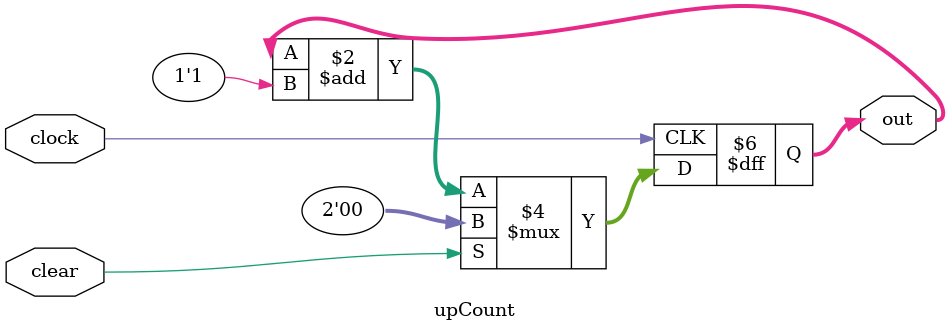
<source format=v>
module upCount(clear, clock, out);
  input clear, clock;
  output reg [1:0] out;
  
  always @(posedge clock)
    if (clear)
		out <= 2'b0;
    else
		out <= out + 1'b1;
  
endmodule

</source>
